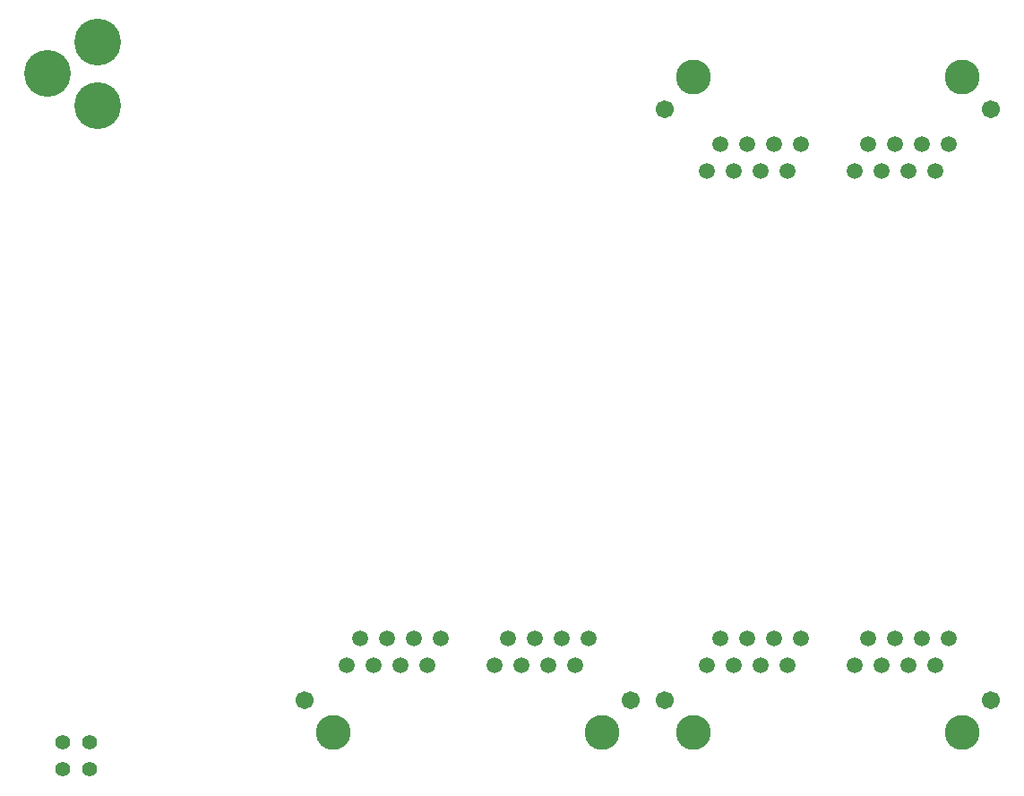
<source format=gbs>
G75*
G70*
%OFA0B0*%
%FSLAX24Y24*%
%IPPOS*%
%LPD*%
%AMOC8*
5,1,8,0,0,1.08239X$1,22.5*
%
%ADD10C,0.1300*%
%ADD11C,0.0670*%
%ADD12C,0.0594*%
%ADD13C,0.0555*%
%ADD14C,0.1740*%
D10*
X013457Y004653D03*
X023457Y004653D03*
X026843Y004653D03*
X036843Y004653D03*
X036843Y029062D03*
X026843Y029062D03*
D11*
X025780Y027861D03*
X037906Y027861D03*
X037906Y005853D03*
X025780Y005853D03*
X024520Y005853D03*
X012394Y005853D03*
D12*
X013957Y007153D03*
X014957Y007153D03*
X015957Y007153D03*
X016957Y007153D03*
X016457Y008153D03*
X017457Y008153D03*
X015457Y008153D03*
X014457Y008153D03*
X019457Y007153D03*
X020457Y007153D03*
X021457Y007153D03*
X022457Y007153D03*
X021957Y008153D03*
X022957Y008153D03*
X020957Y008153D03*
X019957Y008153D03*
X027343Y007153D03*
X028343Y007153D03*
X029343Y007153D03*
X030343Y007153D03*
X030843Y008153D03*
X029843Y008153D03*
X028843Y008153D03*
X027843Y008153D03*
X032843Y007153D03*
X033843Y007153D03*
X034843Y007153D03*
X035843Y007153D03*
X036343Y008153D03*
X035343Y008153D03*
X034343Y008153D03*
X033343Y008153D03*
X033843Y025562D03*
X034843Y025562D03*
X035843Y025562D03*
X036343Y026562D03*
X035343Y026562D03*
X034343Y026562D03*
X033343Y026562D03*
X032843Y025562D03*
X030843Y026562D03*
X029843Y026562D03*
X028843Y026562D03*
X027843Y026562D03*
X028343Y025562D03*
X029343Y025562D03*
X030343Y025562D03*
X027343Y025562D03*
D13*
X003390Y003275D03*
X003390Y004275D03*
X004390Y004275D03*
X004390Y003275D03*
D14*
X004678Y027999D03*
X002827Y029180D03*
X004678Y030361D03*
M02*

</source>
